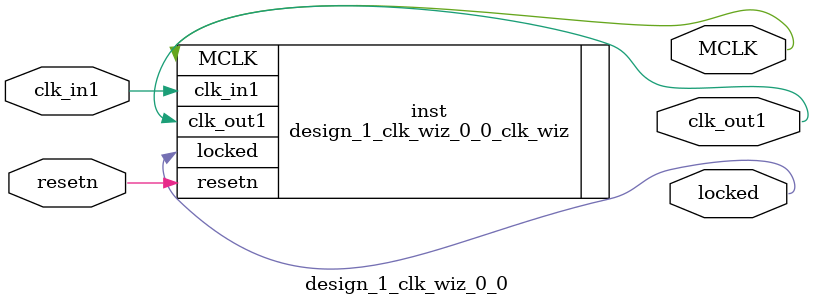
<source format=v>


`timescale 1ps/1ps

(* CORE_GENERATION_INFO = "design_1_clk_wiz_0_0,clk_wiz_v6_0_0_0,{component_name=design_1_clk_wiz_0_0,use_phase_alignment=true,use_min_o_jitter=false,use_max_i_jitter=false,use_dyn_phase_shift=false,use_inclk_switchover=false,use_dyn_reconfig=false,enable_axi=0,feedback_source=FDBK_AUTO,PRIMITIVE=MMCM,num_out_clk=2,clkin1_period=10.000,clkin2_period=10.000,use_power_down=false,use_reset=true,use_locked=true,use_inclk_stopped=false,feedback_type=SINGLE,CLOCK_MGR_TYPE=NA,manual_override=false}" *)

module design_1_clk_wiz_0_0 
 (
  // Clock out ports
  output        clk_out1,
  output        MCLK,
  // Status and control signals
  input         resetn,
  output        locked,
 // Clock in ports
  input         clk_in1
 );

  design_1_clk_wiz_0_0_clk_wiz inst
  (
  // Clock out ports  
  .clk_out1(clk_out1),
  .MCLK(MCLK),
  // Status and control signals               
  .resetn(resetn), 
  .locked(locked),
 // Clock in ports
  .clk_in1(clk_in1)
  );

endmodule

</source>
